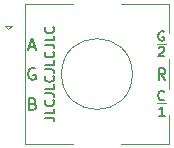
<source format=gto>
%TF.GenerationSoftware,KiCad,Pcbnew,7.0.7*%
%TF.CreationDate,2023-09-18T16:49:01-04:00*%
%TF.ProjectId,Encoder Mount,456e636f-6465-4722-904d-6f756e742e6b,rev?*%
%TF.SameCoordinates,Original*%
%TF.FileFunction,Legend,Top*%
%TF.FilePolarity,Positive*%
%FSLAX46Y46*%
G04 Gerber Fmt 4.6, Leading zero omitted, Abs format (unit mm)*
G04 Created by KiCad (PCBNEW 7.0.7) date 2023-09-18 16:49:01*
%MOMM*%
%LPD*%
G01*
G04 APERTURE LIST*
%ADD10C,0.150000*%
%ADD11C,0.100000*%
%ADD12C,0.120000*%
%ADD13C,2.600000*%
%ADD14C,3.500000*%
%ADD15C,4.000000*%
%ADD16R,2.000000X2.000000*%
%ADD17C,2.000000*%
%ADD18C,3.200000*%
%ADD19R,1.700000X1.700000*%
%ADD20O,1.700000X1.700000*%
G04 APERTURE END LIST*
D10*
X95562295Y-103695237D02*
X96133723Y-103695237D01*
X96133723Y-103695237D02*
X96248009Y-103733332D01*
X96248009Y-103733332D02*
X96324200Y-103809523D01*
X96324200Y-103809523D02*
X96362295Y-103923808D01*
X96362295Y-103923808D02*
X96362295Y-103999999D01*
X96362295Y-102933332D02*
X96362295Y-103314284D01*
X96362295Y-103314284D02*
X95562295Y-103314284D01*
X96286104Y-102209522D02*
X96324200Y-102247618D01*
X96324200Y-102247618D02*
X96362295Y-102361903D01*
X96362295Y-102361903D02*
X96362295Y-102438094D01*
X96362295Y-102438094D02*
X96324200Y-102552380D01*
X96324200Y-102552380D02*
X96248009Y-102628570D01*
X96248009Y-102628570D02*
X96171819Y-102666665D01*
X96171819Y-102666665D02*
X96019438Y-102704761D01*
X96019438Y-102704761D02*
X95905152Y-102704761D01*
X95905152Y-102704761D02*
X95752771Y-102666665D01*
X95752771Y-102666665D02*
X95676580Y-102628570D01*
X95676580Y-102628570D02*
X95600390Y-102552380D01*
X95600390Y-102552380D02*
X95562295Y-102438094D01*
X95562295Y-102438094D02*
X95562295Y-102361903D01*
X95562295Y-102361903D02*
X95600390Y-102247618D01*
X95600390Y-102247618D02*
X95638485Y-102209522D01*
X95562295Y-101638094D02*
X96133723Y-101638094D01*
X96133723Y-101638094D02*
X96248009Y-101676189D01*
X96248009Y-101676189D02*
X96324200Y-101752380D01*
X96324200Y-101752380D02*
X96362295Y-101866665D01*
X96362295Y-101866665D02*
X96362295Y-101942856D01*
X96362295Y-100876189D02*
X96362295Y-101257141D01*
X96362295Y-101257141D02*
X95562295Y-101257141D01*
X96286104Y-100152379D02*
X96324200Y-100190475D01*
X96324200Y-100190475D02*
X96362295Y-100304760D01*
X96362295Y-100304760D02*
X96362295Y-100380951D01*
X96362295Y-100380951D02*
X96324200Y-100495237D01*
X96324200Y-100495237D02*
X96248009Y-100571427D01*
X96248009Y-100571427D02*
X96171819Y-100609522D01*
X96171819Y-100609522D02*
X96019438Y-100647618D01*
X96019438Y-100647618D02*
X95905152Y-100647618D01*
X95905152Y-100647618D02*
X95752771Y-100609522D01*
X95752771Y-100609522D02*
X95676580Y-100571427D01*
X95676580Y-100571427D02*
X95600390Y-100495237D01*
X95600390Y-100495237D02*
X95562295Y-100380951D01*
X95562295Y-100380951D02*
X95562295Y-100304760D01*
X95562295Y-100304760D02*
X95600390Y-100190475D01*
X95600390Y-100190475D02*
X95638485Y-100152379D01*
X95562295Y-99580951D02*
X96133723Y-99580951D01*
X96133723Y-99580951D02*
X96248009Y-99619046D01*
X96248009Y-99619046D02*
X96324200Y-99695237D01*
X96324200Y-99695237D02*
X96362295Y-99809522D01*
X96362295Y-99809522D02*
X96362295Y-99885713D01*
X96362295Y-98819046D02*
X96362295Y-99199998D01*
X96362295Y-99199998D02*
X95562295Y-99199998D01*
X96286104Y-98095236D02*
X96324200Y-98133332D01*
X96324200Y-98133332D02*
X96362295Y-98247617D01*
X96362295Y-98247617D02*
X96362295Y-98323808D01*
X96362295Y-98323808D02*
X96324200Y-98438094D01*
X96324200Y-98438094D02*
X96248009Y-98514284D01*
X96248009Y-98514284D02*
X96171819Y-98552379D01*
X96171819Y-98552379D02*
X96019438Y-98590475D01*
X96019438Y-98590475D02*
X95905152Y-98590475D01*
X95905152Y-98590475D02*
X95752771Y-98552379D01*
X95752771Y-98552379D02*
X95676580Y-98514284D01*
X95676580Y-98514284D02*
X95600390Y-98438094D01*
X95600390Y-98438094D02*
X95562295Y-98323808D01*
X95562295Y-98323808D02*
X95562295Y-98247617D01*
X95562295Y-98247617D02*
X95600390Y-98133332D01*
X95600390Y-98133332D02*
X95638485Y-98095236D01*
X95562295Y-97523808D02*
X96133723Y-97523808D01*
X96133723Y-97523808D02*
X96248009Y-97561903D01*
X96248009Y-97561903D02*
X96324200Y-97638094D01*
X96324200Y-97638094D02*
X96362295Y-97752379D01*
X96362295Y-97752379D02*
X96362295Y-97828570D01*
X96362295Y-96761903D02*
X96362295Y-97142855D01*
X96362295Y-97142855D02*
X95562295Y-97142855D01*
X96286104Y-96038093D02*
X96324200Y-96076189D01*
X96324200Y-96076189D02*
X96362295Y-96190474D01*
X96362295Y-96190474D02*
X96362295Y-96266665D01*
X96362295Y-96266665D02*
X96324200Y-96380951D01*
X96324200Y-96380951D02*
X96248009Y-96457141D01*
X96248009Y-96457141D02*
X96171819Y-96495236D01*
X96171819Y-96495236D02*
X96019438Y-96533332D01*
X96019438Y-96533332D02*
X95905152Y-96533332D01*
X95905152Y-96533332D02*
X95752771Y-96495236D01*
X95752771Y-96495236D02*
X95676580Y-96457141D01*
X95676580Y-96457141D02*
X95600390Y-96380951D01*
X95600390Y-96380951D02*
X95562295Y-96266665D01*
X95562295Y-96266665D02*
X95562295Y-96190474D01*
X95562295Y-96190474D02*
X95600390Y-96076189D01*
X95600390Y-96076189D02*
X95638485Y-96038093D01*
X94235589Y-97685853D02*
X94711779Y-97685853D01*
X94140351Y-97971568D02*
X94473684Y-96971568D01*
X94473684Y-96971568D02*
X94807017Y-97971568D01*
X94761904Y-99519187D02*
X94666666Y-99471568D01*
X94666666Y-99471568D02*
X94523809Y-99471568D01*
X94523809Y-99471568D02*
X94380952Y-99519187D01*
X94380952Y-99519187D02*
X94285714Y-99614425D01*
X94285714Y-99614425D02*
X94238095Y-99709663D01*
X94238095Y-99709663D02*
X94190476Y-99900139D01*
X94190476Y-99900139D02*
X94190476Y-100042996D01*
X94190476Y-100042996D02*
X94238095Y-100233472D01*
X94238095Y-100233472D02*
X94285714Y-100328710D01*
X94285714Y-100328710D02*
X94380952Y-100423949D01*
X94380952Y-100423949D02*
X94523809Y-100471568D01*
X94523809Y-100471568D02*
X94619047Y-100471568D01*
X94619047Y-100471568D02*
X94761904Y-100423949D01*
X94761904Y-100423949D02*
X94809523Y-100376329D01*
X94809523Y-100376329D02*
X94809523Y-100042996D01*
X94809523Y-100042996D02*
X94619047Y-100042996D01*
X105221428Y-97770484D02*
X105259524Y-97732389D01*
X105259524Y-97732389D02*
X105335714Y-97694294D01*
X105335714Y-97694294D02*
X105526190Y-97694294D01*
X105526190Y-97694294D02*
X105602381Y-97732389D01*
X105602381Y-97732389D02*
X105640476Y-97770484D01*
X105640476Y-97770484D02*
X105678571Y-97846675D01*
X105678571Y-97846675D02*
X105678571Y-97922865D01*
X105678571Y-97922865D02*
X105640476Y-98037151D01*
X105640476Y-98037151D02*
X105183333Y-98494294D01*
X105183333Y-98494294D02*
X105678571Y-98494294D01*
D11*
X105830951Y-102478966D02*
X105069047Y-102478966D01*
D10*
X105697619Y-102156604D02*
X105659523Y-102194700D01*
X105659523Y-102194700D02*
X105545238Y-102232795D01*
X105545238Y-102232795D02*
X105469047Y-102232795D01*
X105469047Y-102232795D02*
X105354761Y-102194700D01*
X105354761Y-102194700D02*
X105278571Y-102118509D01*
X105278571Y-102118509D02*
X105240476Y-102042319D01*
X105240476Y-102042319D02*
X105202380Y-101889938D01*
X105202380Y-101889938D02*
X105202380Y-101775652D01*
X105202380Y-101775652D02*
X105240476Y-101623271D01*
X105240476Y-101623271D02*
X105278571Y-101547080D01*
X105278571Y-101547080D02*
X105354761Y-101470890D01*
X105354761Y-101470890D02*
X105469047Y-101432795D01*
X105469047Y-101432795D02*
X105545238Y-101432795D01*
X105545238Y-101432795D02*
X105659523Y-101470890D01*
X105659523Y-101470890D02*
X105697619Y-101508985D01*
X105659522Y-96418389D02*
X105583332Y-96380294D01*
X105583332Y-96380294D02*
X105469046Y-96380294D01*
X105469046Y-96380294D02*
X105354760Y-96418389D01*
X105354760Y-96418389D02*
X105278570Y-96494579D01*
X105278570Y-96494579D02*
X105240475Y-96570770D01*
X105240475Y-96570770D02*
X105202379Y-96723151D01*
X105202379Y-96723151D02*
X105202379Y-96837437D01*
X105202379Y-96837437D02*
X105240475Y-96989818D01*
X105240475Y-96989818D02*
X105278570Y-97066008D01*
X105278570Y-97066008D02*
X105354760Y-97142199D01*
X105354760Y-97142199D02*
X105469046Y-97180294D01*
X105469046Y-97180294D02*
X105545237Y-97180294D01*
X105545237Y-97180294D02*
X105659522Y-97142199D01*
X105659522Y-97142199D02*
X105697618Y-97104103D01*
X105697618Y-97104103D02*
X105697618Y-96837437D01*
X105697618Y-96837437D02*
X105545237Y-96837437D01*
D11*
X105830951Y-97426465D02*
X105069047Y-97426465D01*
D10*
X105785839Y-100486569D02*
X105452506Y-100010378D01*
X105214411Y-100486569D02*
X105214411Y-99486569D01*
X105214411Y-99486569D02*
X105595363Y-99486569D01*
X105595363Y-99486569D02*
X105690601Y-99534188D01*
X105690601Y-99534188D02*
X105738220Y-99581807D01*
X105738220Y-99581807D02*
X105785839Y-99677045D01*
X105785839Y-99677045D02*
X105785839Y-99819902D01*
X105785839Y-99819902D02*
X105738220Y-99915140D01*
X105738220Y-99915140D02*
X105690601Y-99962759D01*
X105690601Y-99962759D02*
X105595363Y-100010378D01*
X105595363Y-100010378D02*
X105214411Y-100010378D01*
X94571428Y-102502759D02*
X94714285Y-102550378D01*
X94714285Y-102550378D02*
X94761904Y-102597997D01*
X94761904Y-102597997D02*
X94809523Y-102693235D01*
X94809523Y-102693235D02*
X94809523Y-102836092D01*
X94809523Y-102836092D02*
X94761904Y-102931330D01*
X94761904Y-102931330D02*
X94714285Y-102978950D01*
X94714285Y-102978950D02*
X94619047Y-103026569D01*
X94619047Y-103026569D02*
X94238095Y-103026569D01*
X94238095Y-103026569D02*
X94238095Y-102026569D01*
X94238095Y-102026569D02*
X94571428Y-102026569D01*
X94571428Y-102026569D02*
X94666666Y-102074188D01*
X94666666Y-102074188D02*
X94714285Y-102121807D01*
X94714285Y-102121807D02*
X94761904Y-102217045D01*
X94761904Y-102217045D02*
X94761904Y-102312283D01*
X94761904Y-102312283D02*
X94714285Y-102407521D01*
X94714285Y-102407521D02*
X94666666Y-102455140D01*
X94666666Y-102455140D02*
X94571428Y-102502759D01*
X94571428Y-102502759D02*
X94238095Y-102502759D01*
X105728571Y-103546795D02*
X105271428Y-103546795D01*
X105500000Y-103546795D02*
X105500000Y-102746795D01*
X105500000Y-102746795D02*
X105423809Y-102861080D01*
X105423809Y-102861080D02*
X105347619Y-102937271D01*
X105347619Y-102937271D02*
X105271428Y-102975366D01*
D12*
X92200000Y-95899999D02*
X92800000Y-95899999D01*
X92500000Y-96199999D02*
X92200000Y-95899999D01*
X92800000Y-95899999D02*
X92500000Y-96199999D01*
X93900000Y-94099999D02*
X93900000Y-105899999D01*
X98000000Y-94099999D02*
X93900000Y-94099999D01*
X98000000Y-105899999D02*
X93900000Y-105899999D01*
X102000000Y-94099999D02*
X106100000Y-94099999D01*
X106100000Y-94099999D02*
X106100000Y-96499999D01*
X106100000Y-98699999D02*
X106100000Y-101299999D01*
X106100000Y-103499999D02*
X106100000Y-105899999D01*
X106100000Y-105899999D02*
X102000000Y-105899999D01*
X103000000Y-99999999D02*
G75*
G03*
X103000000Y-99999999I-3000000J0D01*
G01*
%LPC*%
D13*
X91460000Y-94250000D03*
D14*
X91460000Y-94250000D03*
D13*
X108040000Y-94250000D03*
D14*
X108040000Y-94250000D03*
D15*
X100000000Y-99999999D03*
D16*
X92500000Y-97499999D03*
D17*
X92500000Y-102499999D03*
X92500000Y-99999999D03*
D18*
X100000000Y-94399999D03*
X100000000Y-105599999D03*
D17*
X107000000Y-102499999D03*
X107000000Y-97499999D03*
D13*
X108040000Y-105750000D03*
D14*
X108040000Y-105750000D03*
D19*
X109040000Y-97474999D03*
D20*
X109040000Y-100014999D03*
X109040000Y-102554999D03*
D19*
X90460000Y-97474999D03*
D20*
X90460000Y-100014999D03*
X90460000Y-102554999D03*
D13*
X91460000Y-105750000D03*
D14*
X91460000Y-105750000D03*
%LPD*%
M02*

</source>
